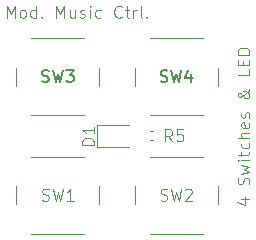
<source format=gto>
%TF.GenerationSoftware,KiCad,Pcbnew,9.0.5-1.fc42*%
%TF.CreationDate,2025-12-03T04:04:06+01:00*%
%TF.ProjectId,Block-Switch-4,426c6f63-6b2d-4537-9769-7463682d342e,1*%
%TF.SameCoordinates,Original*%
%TF.FileFunction,Legend,Top*%
%TF.FilePolarity,Positive*%
%FSLAX46Y46*%
G04 Gerber Fmt 4.6, Leading zero omitted, Abs format (unit mm)*
G04 Created by KiCad (PCBNEW 9.0.5-1.fc42) date 2025-12-03 04:04:06*
%MOMM*%
%LPD*%
G01*
G04 APERTURE LIST*
%ADD10C,0.125000*%
%ADD11C,0.150000*%
%ADD12C,0.120000*%
G04 APERTURE END LIST*
D10*
X149599452Y-119012097D02*
X150266119Y-119012097D01*
X149218500Y-119250192D02*
X149932785Y-119488287D01*
X149932785Y-119488287D02*
X149932785Y-118869240D01*
X150218500Y-117774001D02*
X150266119Y-117631144D01*
X150266119Y-117631144D02*
X150266119Y-117393049D01*
X150266119Y-117393049D02*
X150218500Y-117297811D01*
X150218500Y-117297811D02*
X150170880Y-117250192D01*
X150170880Y-117250192D02*
X150075642Y-117202573D01*
X150075642Y-117202573D02*
X149980404Y-117202573D01*
X149980404Y-117202573D02*
X149885166Y-117250192D01*
X149885166Y-117250192D02*
X149837547Y-117297811D01*
X149837547Y-117297811D02*
X149789928Y-117393049D01*
X149789928Y-117393049D02*
X149742309Y-117583525D01*
X149742309Y-117583525D02*
X149694690Y-117678763D01*
X149694690Y-117678763D02*
X149647071Y-117726382D01*
X149647071Y-117726382D02*
X149551833Y-117774001D01*
X149551833Y-117774001D02*
X149456595Y-117774001D01*
X149456595Y-117774001D02*
X149361357Y-117726382D01*
X149361357Y-117726382D02*
X149313738Y-117678763D01*
X149313738Y-117678763D02*
X149266119Y-117583525D01*
X149266119Y-117583525D02*
X149266119Y-117345430D01*
X149266119Y-117345430D02*
X149313738Y-117202573D01*
X149599452Y-116869239D02*
X150266119Y-116678763D01*
X150266119Y-116678763D02*
X149789928Y-116488287D01*
X149789928Y-116488287D02*
X150266119Y-116297811D01*
X150266119Y-116297811D02*
X149599452Y-116107335D01*
X150266119Y-115726382D02*
X149599452Y-115726382D01*
X149266119Y-115726382D02*
X149313738Y-115774001D01*
X149313738Y-115774001D02*
X149361357Y-115726382D01*
X149361357Y-115726382D02*
X149313738Y-115678763D01*
X149313738Y-115678763D02*
X149266119Y-115726382D01*
X149266119Y-115726382D02*
X149361357Y-115726382D01*
X149599452Y-115393049D02*
X149599452Y-115012097D01*
X149266119Y-115250192D02*
X150123261Y-115250192D01*
X150123261Y-115250192D02*
X150218500Y-115202573D01*
X150218500Y-115202573D02*
X150266119Y-115107335D01*
X150266119Y-115107335D02*
X150266119Y-115012097D01*
X150218500Y-114250192D02*
X150266119Y-114345430D01*
X150266119Y-114345430D02*
X150266119Y-114535906D01*
X150266119Y-114535906D02*
X150218500Y-114631144D01*
X150218500Y-114631144D02*
X150170880Y-114678763D01*
X150170880Y-114678763D02*
X150075642Y-114726382D01*
X150075642Y-114726382D02*
X149789928Y-114726382D01*
X149789928Y-114726382D02*
X149694690Y-114678763D01*
X149694690Y-114678763D02*
X149647071Y-114631144D01*
X149647071Y-114631144D02*
X149599452Y-114535906D01*
X149599452Y-114535906D02*
X149599452Y-114345430D01*
X149599452Y-114345430D02*
X149647071Y-114250192D01*
X150266119Y-113821620D02*
X149266119Y-113821620D01*
X150266119Y-113393049D02*
X149742309Y-113393049D01*
X149742309Y-113393049D02*
X149647071Y-113440668D01*
X149647071Y-113440668D02*
X149599452Y-113535906D01*
X149599452Y-113535906D02*
X149599452Y-113678763D01*
X149599452Y-113678763D02*
X149647071Y-113774001D01*
X149647071Y-113774001D02*
X149694690Y-113821620D01*
X150218500Y-112535906D02*
X150266119Y-112631144D01*
X150266119Y-112631144D02*
X150266119Y-112821620D01*
X150266119Y-112821620D02*
X150218500Y-112916858D01*
X150218500Y-112916858D02*
X150123261Y-112964477D01*
X150123261Y-112964477D02*
X149742309Y-112964477D01*
X149742309Y-112964477D02*
X149647071Y-112916858D01*
X149647071Y-112916858D02*
X149599452Y-112821620D01*
X149599452Y-112821620D02*
X149599452Y-112631144D01*
X149599452Y-112631144D02*
X149647071Y-112535906D01*
X149647071Y-112535906D02*
X149742309Y-112488287D01*
X149742309Y-112488287D02*
X149837547Y-112488287D01*
X149837547Y-112488287D02*
X149932785Y-112964477D01*
X150218500Y-112107334D02*
X150266119Y-112012096D01*
X150266119Y-112012096D02*
X150266119Y-111821620D01*
X150266119Y-111821620D02*
X150218500Y-111726382D01*
X150218500Y-111726382D02*
X150123261Y-111678763D01*
X150123261Y-111678763D02*
X150075642Y-111678763D01*
X150075642Y-111678763D02*
X149980404Y-111726382D01*
X149980404Y-111726382D02*
X149932785Y-111821620D01*
X149932785Y-111821620D02*
X149932785Y-111964477D01*
X149932785Y-111964477D02*
X149885166Y-112059715D01*
X149885166Y-112059715D02*
X149789928Y-112107334D01*
X149789928Y-112107334D02*
X149742309Y-112107334D01*
X149742309Y-112107334D02*
X149647071Y-112059715D01*
X149647071Y-112059715D02*
X149599452Y-111964477D01*
X149599452Y-111964477D02*
X149599452Y-111821620D01*
X149599452Y-111821620D02*
X149647071Y-111726382D01*
X150266119Y-109678762D02*
X150266119Y-109726382D01*
X150266119Y-109726382D02*
X150218500Y-109821620D01*
X150218500Y-109821620D02*
X150075642Y-109964477D01*
X150075642Y-109964477D02*
X149789928Y-110202572D01*
X149789928Y-110202572D02*
X149647071Y-110297810D01*
X149647071Y-110297810D02*
X149504214Y-110345429D01*
X149504214Y-110345429D02*
X149408976Y-110345429D01*
X149408976Y-110345429D02*
X149313738Y-110297810D01*
X149313738Y-110297810D02*
X149266119Y-110202572D01*
X149266119Y-110202572D02*
X149266119Y-110154953D01*
X149266119Y-110154953D02*
X149313738Y-110059715D01*
X149313738Y-110059715D02*
X149408976Y-110012096D01*
X149408976Y-110012096D02*
X149456595Y-110012096D01*
X149456595Y-110012096D02*
X149551833Y-110059715D01*
X149551833Y-110059715D02*
X149599452Y-110107334D01*
X149599452Y-110107334D02*
X149789928Y-110393048D01*
X149789928Y-110393048D02*
X149837547Y-110440667D01*
X149837547Y-110440667D02*
X149932785Y-110488286D01*
X149932785Y-110488286D02*
X150075642Y-110488286D01*
X150075642Y-110488286D02*
X150170880Y-110440667D01*
X150170880Y-110440667D02*
X150218500Y-110393048D01*
X150218500Y-110393048D02*
X150266119Y-110297810D01*
X150266119Y-110297810D02*
X150266119Y-110154953D01*
X150266119Y-110154953D02*
X150218500Y-110059715D01*
X150218500Y-110059715D02*
X150170880Y-110012096D01*
X150170880Y-110012096D02*
X149980404Y-109869239D01*
X149980404Y-109869239D02*
X149837547Y-109821620D01*
X149837547Y-109821620D02*
X149742309Y-109821620D01*
X150266119Y-108012096D02*
X150266119Y-108488286D01*
X150266119Y-108488286D02*
X149266119Y-108488286D01*
X149742309Y-107678762D02*
X149742309Y-107345429D01*
X150266119Y-107202572D02*
X150266119Y-107678762D01*
X150266119Y-107678762D02*
X149266119Y-107678762D01*
X149266119Y-107678762D02*
X149266119Y-107202572D01*
X150266119Y-106774000D02*
X149266119Y-106774000D01*
X149266119Y-106774000D02*
X149266119Y-106535905D01*
X149266119Y-106535905D02*
X149313738Y-106393048D01*
X149313738Y-106393048D02*
X149408976Y-106297810D01*
X149408976Y-106297810D02*
X149504214Y-106250191D01*
X149504214Y-106250191D02*
X149694690Y-106202572D01*
X149694690Y-106202572D02*
X149837547Y-106202572D01*
X149837547Y-106202572D02*
X150028023Y-106250191D01*
X150028023Y-106250191D02*
X150123261Y-106297810D01*
X150123261Y-106297810D02*
X150218500Y-106393048D01*
X150218500Y-106393048D02*
X150266119Y-106535905D01*
X150266119Y-106535905D02*
X150266119Y-106774000D01*
X129733331Y-103657119D02*
X129733331Y-102657119D01*
X129733331Y-102657119D02*
X130066664Y-103371404D01*
X130066664Y-103371404D02*
X130399997Y-102657119D01*
X130399997Y-102657119D02*
X130399997Y-103657119D01*
X131019045Y-103657119D02*
X130923807Y-103609500D01*
X130923807Y-103609500D02*
X130876188Y-103561880D01*
X130876188Y-103561880D02*
X130828569Y-103466642D01*
X130828569Y-103466642D02*
X130828569Y-103180928D01*
X130828569Y-103180928D02*
X130876188Y-103085690D01*
X130876188Y-103085690D02*
X130923807Y-103038071D01*
X130923807Y-103038071D02*
X131019045Y-102990452D01*
X131019045Y-102990452D02*
X131161902Y-102990452D01*
X131161902Y-102990452D02*
X131257140Y-103038071D01*
X131257140Y-103038071D02*
X131304759Y-103085690D01*
X131304759Y-103085690D02*
X131352378Y-103180928D01*
X131352378Y-103180928D02*
X131352378Y-103466642D01*
X131352378Y-103466642D02*
X131304759Y-103561880D01*
X131304759Y-103561880D02*
X131257140Y-103609500D01*
X131257140Y-103609500D02*
X131161902Y-103657119D01*
X131161902Y-103657119D02*
X131019045Y-103657119D01*
X132209521Y-103657119D02*
X132209521Y-102657119D01*
X132209521Y-103609500D02*
X132114283Y-103657119D01*
X132114283Y-103657119D02*
X131923807Y-103657119D01*
X131923807Y-103657119D02*
X131828569Y-103609500D01*
X131828569Y-103609500D02*
X131780950Y-103561880D01*
X131780950Y-103561880D02*
X131733331Y-103466642D01*
X131733331Y-103466642D02*
X131733331Y-103180928D01*
X131733331Y-103180928D02*
X131780950Y-103085690D01*
X131780950Y-103085690D02*
X131828569Y-103038071D01*
X131828569Y-103038071D02*
X131923807Y-102990452D01*
X131923807Y-102990452D02*
X132114283Y-102990452D01*
X132114283Y-102990452D02*
X132209521Y-103038071D01*
X132685712Y-103561880D02*
X132733331Y-103609500D01*
X132733331Y-103609500D02*
X132685712Y-103657119D01*
X132685712Y-103657119D02*
X132638093Y-103609500D01*
X132638093Y-103609500D02*
X132685712Y-103561880D01*
X132685712Y-103561880D02*
X132685712Y-103657119D01*
X133923807Y-103657119D02*
X133923807Y-102657119D01*
X133923807Y-102657119D02*
X134257140Y-103371404D01*
X134257140Y-103371404D02*
X134590473Y-102657119D01*
X134590473Y-102657119D02*
X134590473Y-103657119D01*
X135495235Y-102990452D02*
X135495235Y-103657119D01*
X135066664Y-102990452D02*
X135066664Y-103514261D01*
X135066664Y-103514261D02*
X135114283Y-103609500D01*
X135114283Y-103609500D02*
X135209521Y-103657119D01*
X135209521Y-103657119D02*
X135352378Y-103657119D01*
X135352378Y-103657119D02*
X135447616Y-103609500D01*
X135447616Y-103609500D02*
X135495235Y-103561880D01*
X135923807Y-103609500D02*
X136019045Y-103657119D01*
X136019045Y-103657119D02*
X136209521Y-103657119D01*
X136209521Y-103657119D02*
X136304759Y-103609500D01*
X136304759Y-103609500D02*
X136352378Y-103514261D01*
X136352378Y-103514261D02*
X136352378Y-103466642D01*
X136352378Y-103466642D02*
X136304759Y-103371404D01*
X136304759Y-103371404D02*
X136209521Y-103323785D01*
X136209521Y-103323785D02*
X136066664Y-103323785D01*
X136066664Y-103323785D02*
X135971426Y-103276166D01*
X135971426Y-103276166D02*
X135923807Y-103180928D01*
X135923807Y-103180928D02*
X135923807Y-103133309D01*
X135923807Y-103133309D02*
X135971426Y-103038071D01*
X135971426Y-103038071D02*
X136066664Y-102990452D01*
X136066664Y-102990452D02*
X136209521Y-102990452D01*
X136209521Y-102990452D02*
X136304759Y-103038071D01*
X136780950Y-103657119D02*
X136780950Y-102990452D01*
X136780950Y-102657119D02*
X136733331Y-102704738D01*
X136733331Y-102704738D02*
X136780950Y-102752357D01*
X136780950Y-102752357D02*
X136828569Y-102704738D01*
X136828569Y-102704738D02*
X136780950Y-102657119D01*
X136780950Y-102657119D02*
X136780950Y-102752357D01*
X137685711Y-103609500D02*
X137590473Y-103657119D01*
X137590473Y-103657119D02*
X137399997Y-103657119D01*
X137399997Y-103657119D02*
X137304759Y-103609500D01*
X137304759Y-103609500D02*
X137257140Y-103561880D01*
X137257140Y-103561880D02*
X137209521Y-103466642D01*
X137209521Y-103466642D02*
X137209521Y-103180928D01*
X137209521Y-103180928D02*
X137257140Y-103085690D01*
X137257140Y-103085690D02*
X137304759Y-103038071D01*
X137304759Y-103038071D02*
X137399997Y-102990452D01*
X137399997Y-102990452D02*
X137590473Y-102990452D01*
X137590473Y-102990452D02*
X137685711Y-103038071D01*
X139447616Y-103561880D02*
X139399997Y-103609500D01*
X139399997Y-103609500D02*
X139257140Y-103657119D01*
X139257140Y-103657119D02*
X139161902Y-103657119D01*
X139161902Y-103657119D02*
X139019045Y-103609500D01*
X139019045Y-103609500D02*
X138923807Y-103514261D01*
X138923807Y-103514261D02*
X138876188Y-103419023D01*
X138876188Y-103419023D02*
X138828569Y-103228547D01*
X138828569Y-103228547D02*
X138828569Y-103085690D01*
X138828569Y-103085690D02*
X138876188Y-102895214D01*
X138876188Y-102895214D02*
X138923807Y-102799976D01*
X138923807Y-102799976D02*
X139019045Y-102704738D01*
X139019045Y-102704738D02*
X139161902Y-102657119D01*
X139161902Y-102657119D02*
X139257140Y-102657119D01*
X139257140Y-102657119D02*
X139399997Y-102704738D01*
X139399997Y-102704738D02*
X139447616Y-102752357D01*
X139733331Y-102990452D02*
X140114283Y-102990452D01*
X139876188Y-102657119D02*
X139876188Y-103514261D01*
X139876188Y-103514261D02*
X139923807Y-103609500D01*
X139923807Y-103609500D02*
X140019045Y-103657119D01*
X140019045Y-103657119D02*
X140114283Y-103657119D01*
X140447617Y-103657119D02*
X140447617Y-102990452D01*
X140447617Y-103180928D02*
X140495236Y-103085690D01*
X140495236Y-103085690D02*
X140542855Y-103038071D01*
X140542855Y-103038071D02*
X140638093Y-102990452D01*
X140638093Y-102990452D02*
X140733331Y-102990452D01*
X141209522Y-103657119D02*
X141114284Y-103609500D01*
X141114284Y-103609500D02*
X141066665Y-103514261D01*
X141066665Y-103514261D02*
X141066665Y-102657119D01*
X141590475Y-103561880D02*
X141638094Y-103609500D01*
X141638094Y-103609500D02*
X141590475Y-103657119D01*
X141590475Y-103657119D02*
X141542856Y-103609500D01*
X141542856Y-103609500D02*
X141590475Y-103561880D01*
X141590475Y-103561880D02*
X141590475Y-103657119D01*
D11*
X142747967Y-109055390D02*
X142890824Y-109103009D01*
X142890824Y-109103009D02*
X143128919Y-109103009D01*
X143128919Y-109103009D02*
X143224157Y-109055390D01*
X143224157Y-109055390D02*
X143271776Y-109007770D01*
X143271776Y-109007770D02*
X143319395Y-108912532D01*
X143319395Y-108912532D02*
X143319395Y-108817294D01*
X143319395Y-108817294D02*
X143271776Y-108722056D01*
X143271776Y-108722056D02*
X143224157Y-108674437D01*
X143224157Y-108674437D02*
X143128919Y-108626818D01*
X143128919Y-108626818D02*
X142938443Y-108579199D01*
X142938443Y-108579199D02*
X142843205Y-108531580D01*
X142843205Y-108531580D02*
X142795586Y-108483961D01*
X142795586Y-108483961D02*
X142747967Y-108388723D01*
X142747967Y-108388723D02*
X142747967Y-108293485D01*
X142747967Y-108293485D02*
X142795586Y-108198247D01*
X142795586Y-108198247D02*
X142843205Y-108150628D01*
X142843205Y-108150628D02*
X142938443Y-108103009D01*
X142938443Y-108103009D02*
X143176538Y-108103009D01*
X143176538Y-108103009D02*
X143319395Y-108150628D01*
X143652729Y-108103009D02*
X143890824Y-109103009D01*
X143890824Y-109103009D02*
X144081300Y-108388723D01*
X144081300Y-108388723D02*
X144271776Y-109103009D01*
X144271776Y-109103009D02*
X144509872Y-108103009D01*
X145319395Y-108436342D02*
X145319395Y-109103009D01*
X145081300Y-108055390D02*
X144843205Y-108769675D01*
X144843205Y-108769675D02*
X145462252Y-108769675D01*
X132715367Y-109055390D02*
X132858224Y-109103009D01*
X132858224Y-109103009D02*
X133096319Y-109103009D01*
X133096319Y-109103009D02*
X133191557Y-109055390D01*
X133191557Y-109055390D02*
X133239176Y-109007770D01*
X133239176Y-109007770D02*
X133286795Y-108912532D01*
X133286795Y-108912532D02*
X133286795Y-108817294D01*
X133286795Y-108817294D02*
X133239176Y-108722056D01*
X133239176Y-108722056D02*
X133191557Y-108674437D01*
X133191557Y-108674437D02*
X133096319Y-108626818D01*
X133096319Y-108626818D02*
X132905843Y-108579199D01*
X132905843Y-108579199D02*
X132810605Y-108531580D01*
X132810605Y-108531580D02*
X132762986Y-108483961D01*
X132762986Y-108483961D02*
X132715367Y-108388723D01*
X132715367Y-108388723D02*
X132715367Y-108293485D01*
X132715367Y-108293485D02*
X132762986Y-108198247D01*
X132762986Y-108198247D02*
X132810605Y-108150628D01*
X132810605Y-108150628D02*
X132905843Y-108103009D01*
X132905843Y-108103009D02*
X133143938Y-108103009D01*
X133143938Y-108103009D02*
X133286795Y-108150628D01*
X133620129Y-108103009D02*
X133858224Y-109103009D01*
X133858224Y-109103009D02*
X134048700Y-108388723D01*
X134048700Y-108388723D02*
X134239176Y-109103009D01*
X134239176Y-109103009D02*
X134477272Y-108103009D01*
X134762986Y-108103009D02*
X135382033Y-108103009D01*
X135382033Y-108103009D02*
X135048700Y-108483961D01*
X135048700Y-108483961D02*
X135191557Y-108483961D01*
X135191557Y-108483961D02*
X135286795Y-108531580D01*
X135286795Y-108531580D02*
X135334414Y-108579199D01*
X135334414Y-108579199D02*
X135382033Y-108674437D01*
X135382033Y-108674437D02*
X135382033Y-108912532D01*
X135382033Y-108912532D02*
X135334414Y-109007770D01*
X135334414Y-109007770D02*
X135286795Y-109055390D01*
X135286795Y-109055390D02*
X135191557Y-109103009D01*
X135191557Y-109103009D02*
X134905843Y-109103009D01*
X134905843Y-109103009D02*
X134810605Y-109055390D01*
X134810605Y-109055390D02*
X134762986Y-109007770D01*
D10*
X137108119Y-114403094D02*
X136108119Y-114403094D01*
X136108119Y-114403094D02*
X136108119Y-114164999D01*
X136108119Y-114164999D02*
X136155738Y-114022142D01*
X136155738Y-114022142D02*
X136250976Y-113926904D01*
X136250976Y-113926904D02*
X136346214Y-113879285D01*
X136346214Y-113879285D02*
X136536690Y-113831666D01*
X136536690Y-113831666D02*
X136679547Y-113831666D01*
X136679547Y-113831666D02*
X136870023Y-113879285D01*
X136870023Y-113879285D02*
X136965261Y-113926904D01*
X136965261Y-113926904D02*
X137060500Y-114022142D01*
X137060500Y-114022142D02*
X137108119Y-114164999D01*
X137108119Y-114164999D02*
X137108119Y-114403094D01*
X137108119Y-112879285D02*
X137108119Y-113450713D01*
X137108119Y-113164999D02*
X136108119Y-113164999D01*
X136108119Y-113164999D02*
X136250976Y-113260237D01*
X136250976Y-113260237D02*
X136346214Y-113355475D01*
X136346214Y-113355475D02*
X136393833Y-113450713D01*
X142747967Y-119090310D02*
X142890824Y-119137929D01*
X142890824Y-119137929D02*
X143128919Y-119137929D01*
X143128919Y-119137929D02*
X143224157Y-119090310D01*
X143224157Y-119090310D02*
X143271776Y-119042690D01*
X143271776Y-119042690D02*
X143319395Y-118947452D01*
X143319395Y-118947452D02*
X143319395Y-118852214D01*
X143319395Y-118852214D02*
X143271776Y-118756976D01*
X143271776Y-118756976D02*
X143224157Y-118709357D01*
X143224157Y-118709357D02*
X143128919Y-118661738D01*
X143128919Y-118661738D02*
X142938443Y-118614119D01*
X142938443Y-118614119D02*
X142843205Y-118566500D01*
X142843205Y-118566500D02*
X142795586Y-118518881D01*
X142795586Y-118518881D02*
X142747967Y-118423643D01*
X142747967Y-118423643D02*
X142747967Y-118328405D01*
X142747967Y-118328405D02*
X142795586Y-118233167D01*
X142795586Y-118233167D02*
X142843205Y-118185548D01*
X142843205Y-118185548D02*
X142938443Y-118137929D01*
X142938443Y-118137929D02*
X143176538Y-118137929D01*
X143176538Y-118137929D02*
X143319395Y-118185548D01*
X143652729Y-118137929D02*
X143890824Y-119137929D01*
X143890824Y-119137929D02*
X144081300Y-118423643D01*
X144081300Y-118423643D02*
X144271776Y-119137929D01*
X144271776Y-119137929D02*
X144509872Y-118137929D01*
X144843205Y-118233167D02*
X144890824Y-118185548D01*
X144890824Y-118185548D02*
X144986062Y-118137929D01*
X144986062Y-118137929D02*
X145224157Y-118137929D01*
X145224157Y-118137929D02*
X145319395Y-118185548D01*
X145319395Y-118185548D02*
X145367014Y-118233167D01*
X145367014Y-118233167D02*
X145414633Y-118328405D01*
X145414633Y-118328405D02*
X145414633Y-118423643D01*
X145414633Y-118423643D02*
X145367014Y-118566500D01*
X145367014Y-118566500D02*
X144795586Y-119137929D01*
X144795586Y-119137929D02*
X145414633Y-119137929D01*
X143724333Y-114121119D02*
X143391000Y-113644928D01*
X143152905Y-114121119D02*
X143152905Y-113121119D01*
X143152905Y-113121119D02*
X143533857Y-113121119D01*
X143533857Y-113121119D02*
X143629095Y-113168738D01*
X143629095Y-113168738D02*
X143676714Y-113216357D01*
X143676714Y-113216357D02*
X143724333Y-113311595D01*
X143724333Y-113311595D02*
X143724333Y-113454452D01*
X143724333Y-113454452D02*
X143676714Y-113549690D01*
X143676714Y-113549690D02*
X143629095Y-113597309D01*
X143629095Y-113597309D02*
X143533857Y-113644928D01*
X143533857Y-113644928D02*
X143152905Y-113644928D01*
X144629095Y-113121119D02*
X144152905Y-113121119D01*
X144152905Y-113121119D02*
X144105286Y-113597309D01*
X144105286Y-113597309D02*
X144152905Y-113549690D01*
X144152905Y-113549690D02*
X144248143Y-113502071D01*
X144248143Y-113502071D02*
X144486238Y-113502071D01*
X144486238Y-113502071D02*
X144581476Y-113549690D01*
X144581476Y-113549690D02*
X144629095Y-113597309D01*
X144629095Y-113597309D02*
X144676714Y-113692547D01*
X144676714Y-113692547D02*
X144676714Y-113930642D01*
X144676714Y-113930642D02*
X144629095Y-114025880D01*
X144629095Y-114025880D02*
X144581476Y-114073500D01*
X144581476Y-114073500D02*
X144486238Y-114121119D01*
X144486238Y-114121119D02*
X144248143Y-114121119D01*
X144248143Y-114121119D02*
X144152905Y-114073500D01*
X144152905Y-114073500D02*
X144105286Y-114025880D01*
X132715367Y-119090310D02*
X132858224Y-119137929D01*
X132858224Y-119137929D02*
X133096319Y-119137929D01*
X133096319Y-119137929D02*
X133191557Y-119090310D01*
X133191557Y-119090310D02*
X133239176Y-119042690D01*
X133239176Y-119042690D02*
X133286795Y-118947452D01*
X133286795Y-118947452D02*
X133286795Y-118852214D01*
X133286795Y-118852214D02*
X133239176Y-118756976D01*
X133239176Y-118756976D02*
X133191557Y-118709357D01*
X133191557Y-118709357D02*
X133096319Y-118661738D01*
X133096319Y-118661738D02*
X132905843Y-118614119D01*
X132905843Y-118614119D02*
X132810605Y-118566500D01*
X132810605Y-118566500D02*
X132762986Y-118518881D01*
X132762986Y-118518881D02*
X132715367Y-118423643D01*
X132715367Y-118423643D02*
X132715367Y-118328405D01*
X132715367Y-118328405D02*
X132762986Y-118233167D01*
X132762986Y-118233167D02*
X132810605Y-118185548D01*
X132810605Y-118185548D02*
X132905843Y-118137929D01*
X132905843Y-118137929D02*
X133143938Y-118137929D01*
X133143938Y-118137929D02*
X133286795Y-118185548D01*
X133620129Y-118137929D02*
X133858224Y-119137929D01*
X133858224Y-119137929D02*
X134048700Y-118423643D01*
X134048700Y-118423643D02*
X134239176Y-119137929D01*
X134239176Y-119137929D02*
X134477272Y-118137929D01*
X135382033Y-119137929D02*
X134810605Y-119137929D01*
X135096319Y-119137929D02*
X135096319Y-118137929D01*
X135096319Y-118137929D02*
X135001081Y-118280786D01*
X135001081Y-118280786D02*
X134905843Y-118376024D01*
X134905843Y-118376024D02*
X134810605Y-118423643D01*
D12*
%TO.C,SW4*%
X140581300Y-107898190D02*
X140581300Y-109398190D01*
X141831300Y-111898190D02*
X146331300Y-111898190D01*
X146331300Y-105398190D02*
X141831300Y-105398190D01*
X147581300Y-109398190D02*
X147581300Y-107898190D01*
%TO.C,SW3*%
X130548700Y-107898190D02*
X130548700Y-109398190D01*
X131798700Y-111898190D02*
X136298700Y-111898190D01*
X136298700Y-105398190D02*
X131798700Y-105398190D01*
X137548700Y-109398190D02*
X137548700Y-107898190D01*
%TO.C,D1*%
X137400000Y-112705000D02*
X137400000Y-114625000D01*
X137400000Y-114625000D02*
X140085000Y-114625000D01*
X140085000Y-112705000D02*
X137400000Y-112705000D01*
%TO.C,SW2*%
X140581300Y-117931810D02*
X140581300Y-119431810D01*
X141831300Y-121931810D02*
X146331300Y-121931810D01*
X146331300Y-115431810D02*
X141831300Y-115431810D01*
X147581300Y-119431810D02*
X147581300Y-117931810D01*
%TO.C,R5*%
X142137641Y-113285000D02*
X141830359Y-113285000D01*
X142137641Y-114045000D02*
X141830359Y-114045000D01*
%TO.C,SW1*%
X130548700Y-117931810D02*
X130548700Y-119431810D01*
X131798700Y-121931810D02*
X136298700Y-121931810D01*
X136298700Y-115431810D02*
X131798700Y-115431810D01*
X137548700Y-119431810D02*
X137548700Y-117931810D01*
%TD*%
M02*

</source>
